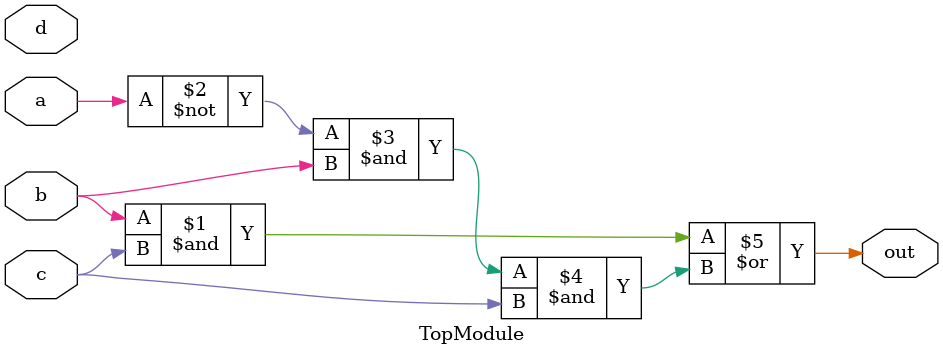
<source format=sv>
module TopModule (
    input  wire a,  // 1-bit input
    input  wire b,  // 1-bit input
    input  wire c,  // 1-bit input
    input  wire d,  // 1-bit input
    output wire out // 1-bit output
);

    // Simplified boolean expression using don't-care conditions
    assign out = (b & c) | (~a & b & c);

endmodule
</source>
